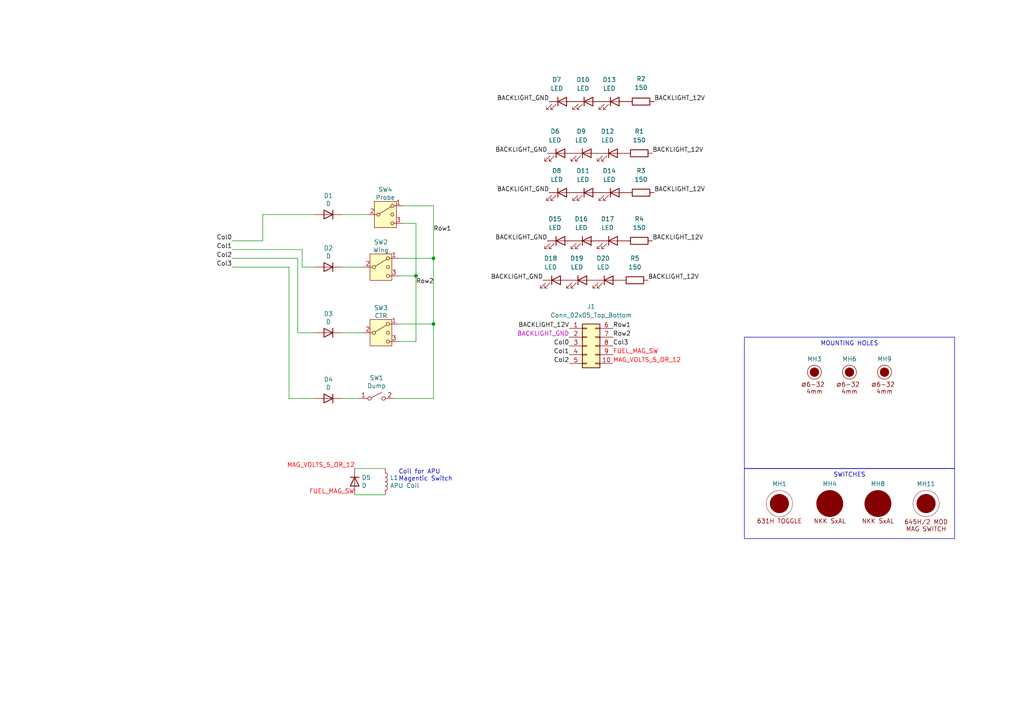
<source format=kicad_sch>
(kicad_sch (version 20231120) (generator "eeschema") (generator_version "8.0")
  (paper "A4")
  (lib_symbols
    (symbol "Connector_Generic:Conn_02x05_Top_Bottom" (pin_names (offset 1.016) hide)
      (property "Reference" "J" (at 1.27 7.62 0))
      (property "Value" "Conn_02x05_Top_Bottom" (at 1.27 -7.62 0))
      (symbol "Conn_02x05_Top_Bottom_1_1"
        (rectangle (start -1.27 -4.953) (end 0 -5.207) (stroke (width 0.1524)))
        (rectangle (start -1.27 -2.413) (end 0 -2.667) (stroke (width 0.1524)))
        (rectangle (start -1.27 0.127) (end 0 -0.127) (stroke (width 0.1524)))
        (rectangle (start -1.27 2.667) (end 0 2.413) (stroke (width 0.1524)))
        (rectangle (start -1.27 5.207) (end 0 4.953) (stroke (width 0.1524)))
        (rectangle (start -1.27 6.35) (end 3.81 -6.35) (stroke (width 0.254)) (fill (type background)))
        (rectangle (start 3.81 -4.953) (end 2.54 -5.207) (stroke (width 0.1524)))
        (rectangle (start 3.81 -2.413) (end 2.54 -2.667) (stroke (width 0.1524)))
        (rectangle (start 3.81 0.127) (end 2.54 -0.127) (stroke (width 0.1524)))
        (rectangle (start 3.81 2.667) (end 2.54 2.413) (stroke (width 0.1524)))
        (rectangle (start 3.81 5.207) (end 2.54 4.953) (stroke (width 0.1524)))
        (pin passive line (at -5.08 5.08 0) (length 3.81) (name "Pin_1") (number "1"))
        (pin passive line (at 7.62 -5.08 180) (length 3.81) (name "Pin_10") (number "10"))
        (pin passive line (at -5.08 2.54 0) (length 3.81) (name "Pin_2") (number "2"))
        (pin passive line (at -5.08 0 0) (length 3.81) (name "Pin_3") (number "3"))
        (pin passive line (at -5.08 -2.54 0) (length 3.81) (name "Pin_4") (number "4"))
        (pin passive line (at -5.08 -5.08 0) (length 3.81) (name "Pin_5") (number "5"))
        (pin passive line (at 7.62 5.08 180) (length 3.81) (name "Pin_6") (number "6"))
        (pin passive line (at 7.62 2.54 180) (length 3.81) (name "Pin_7") (number "7"))
        (pin passive line (at 7.62 0 180) (length 3.81) (name "Pin_8") (number "8"))
        (pin passive line (at 7.62 -2.54 180) (length 3.81) (name "Pin_9") (number "9"))
      )
    )
    (symbol "Device:D" (pin_numbers hide) (pin_names (offset 1.016) hide)
      (property "Reference" "D" (at 0 2.54 0))
      (property "Value" "D" (at 0 -2.54 0))
      (symbol "D_0_1"
        (polyline (pts (xy -1.27 1.27) (xy -1.27 -1.27)) (stroke (width 0.254)))
        (polyline (pts (xy 1.27 0) (xy -1.27 0)))
        (polyline (pts (xy 1.27 1.27) (xy 1.27 -1.27) (xy -1.27 0) (xy 1.27 1.27)) (stroke (width 0.254)))
      )
      (symbol "D_1_1"
        (pin passive line (at -3.81 0 0) (length 2.54) (name "K") (number "1"))
        (pin passive line (at 3.81 0 180) (length 2.54) (name "A") (number "2"))
      )
    )
    (symbol "Device:L" (pin_numbers hide) (pin_names (offset 1.016) hide)
      (property "Reference" "L" (at -1.27 0 90))
      (property "Value" "L" (at 1.905 0 90))
      (symbol "L_0_1"
        (arc (start 0 -2.54) (mid 0.6323 -1.905) (end 0 -1.27))
        (arc (start 0 -1.27) (mid 0.6323 -0.635) (end 0 0))
        (arc (start 0 0) (mid 0.6323 0.635) (end 0 1.27))
        (arc (start 0 1.27) (mid 0.6323 1.905) (end 0 2.54))
      )
      (symbol "L_1_1"
        (pin passive line (at 0 3.81 270) (length 1.27) (name "1") (number "1"))
        (pin passive line (at 0 -3.81 90) (length 1.27) (name "2") (number "2"))
      )
    )
    (symbol "Device:LED" (pin_numbers hide) (pin_names (offset 1.016) hide)
      (property "Reference" "D" (at 0 2.54 0))
      (property "Value" "LED" (at 0 -2.54 0))
      (symbol "LED_0_1"
        (polyline (pts (xy -1.27 -1.27) (xy -1.27 1.27)) (stroke (width 0.254)))
        (polyline (pts (xy -1.27 0) (xy 1.27 0)))
        (polyline (pts (xy 1.27 -1.27) (xy 1.27 1.27) (xy -1.27 0) (xy 1.27 -1.27)) (stroke (width 0.254)))
        (polyline (pts (xy -3.048 -0.762) (xy -4.572 -2.286) (xy -3.81 -2.286) (xy -4.572 -2.286) (xy -4.572 -1.524)))
        (polyline (pts (xy -1.778 -0.762) (xy -3.302 -2.286) (xy -2.54 -2.286) (xy -3.302 -2.286) (xy -3.302 -1.524)))
      )
      (symbol "LED_1_1"
        (pin passive line (at -3.81 0 0) (length 2.54) (name "K") (number "1"))
        (pin passive line (at 3.81 0 180) (length 2.54) (name "A") (number "2"))
      )
    )
    (symbol "Device:R" (pin_numbers hide) (pin_names (offset 0))
      (property "Reference" "R" (at 2.032 0 90))
      (property "Value" "R" (at 0 0 90))
      (symbol "R_0_1"
        (rectangle (start -1.016 -2.54) (end 1.016 2.54) (stroke (width 0.254)))
      )
      (symbol "R_1_1"
        (pin passive line (at 0 3.81 270) (length 1.27) (name "~") (number "1"))
        (pin passive line (at 0 -3.81 90) (length 1.27) (name "~") (number "2"))
      )
    )
    (symbol "Diode:1N4001" (pin_numbers hide) (pin_names (offset 1.016) hide)
      (property "Reference" "D" (at 0 2.54 0))
      (property "Value" "1N4001" (at 0 -2.54 0))
      (symbol "1N4001_0_1"
        (polyline (pts (xy -1.27 1.27) (xy -1.27 -1.27)) (stroke (width 0.254)))
        (polyline (pts (xy 1.27 0) (xy -1.27 0)))
        (polyline (pts (xy 1.27 1.27) (xy 1.27 -1.27) (xy -1.27 0) (xy 1.27 1.27)) (stroke (width 0.254)))
      )
      (symbol "1N4001_1_1"
        (pin passive line (at -3.81 0 0) (length 2.54) (name "K") (number "1"))
        (pin passive line (at 3.81 0 180) (length 2.54) (name "A") (number "2"))
      )
    )
    (symbol "MountingHole_631H_Toggle_1" (pin_names (offset 1.016)) (in_bom no)
      (property "Reference" "MH12" (at 0 5.715 0))
      (symbol "MountingHole_631H_Toggle_1_1_1"
        (circle (center 0 0) (radius 2.6941) (fill (type outline)))
        (circle (center 0 0) (radius 3.81) (stroke (width 0.1)))
        (text "645H/2 MOD\nMAG SWITCH" (at 0 -6.35 0) (effects (font (size 1.27 1.27))))
      )
    )
    (symbol "OH_Symbols:MountingHole_631H_Toggle" (pin_names (offset 1.016)) (in_bom no)
      (property "Reference" "MH" (at 0 5.715 0))
      (symbol "MountingHole_631H_Toggle_1_1"
        (circle (center 0 0) (radius 2.6941) (fill (type outline)))
        (circle (center 0 0) (radius 3.81) (stroke (width 0.1)))
        (text "631H TOGGLE" (at 0 -5.08 0) (effects (font (size 1.27 1.27))))
      )
    )
    (symbol "OH_Symbols:MountingHole_6x32_PHS" (pin_numbers hide) (pin_names (offset 0) hide) (in_bom no)
      (property "Reference" "MH" (at 0 3.81 0))
      (symbol "MountingHole_6x32_PHS_0_0"
        (circle (center 0 0) (radius 1.27) (fill (type outline)))
        (circle (center 0 0) (radius 2.032))
      )
      (symbol "MountingHole_6x32_PHS_1_1"
        (text "⌀6-32 \n4mm" (at 0 -4.572 0) (effects (font (size 1.27 1.27))))
      )
    )
    (symbol "OH_Symbols:MountingHole_SxAL_Toggle" (pin_names (offset 1.016)) (in_bom no)
      (property "Reference" "MH" (at 0 5.715 0))
      (symbol "MountingHole_SxAL_Toggle_1_1"
        (circle (center 0 0) (radius 3.8185) (fill (type outline)))
        (text "NKK SxAL" (at 0 -5.08 0) (effects (font (size 1.27 1.27))))
      )
    )
    (symbol "Switch:SW_SPDT_MSM" (pin_names (offset 0) hide)
      (property "Reference" "SW" (at 0 5.08 0))
      (property "Value" "SW_SPDT_MSM" (at 0 -5.08 0))
      (symbol "SW_SPDT_MSM_0_1"
        (circle (center -2.032 0) (radius 0.4572))
        (polyline (pts (xy -1.651 0.254) (xy 1.651 2.286)))
        (circle (center 2.032 -2.54) (radius 0.4572))
        (circle (center 2.032 0) (radius 0.4572))
        (circle (center 2.032 2.54) (radius 0.4572))
      )
      (symbol "SW_SPDT_MSM_1_1"
        (rectangle (start -3.175 3.81) (end 3.175 -3.81) (fill (type background)))
        (pin passive line (at 5.08 2.54 180) (length 2.54) (name "1") (number "1"))
        (pin passive line (at -5.08 0 0) (length 2.54) (name "3") (number "2"))
        (pin passive line (at 5.08 -2.54 180) (length 2.54) (name "4") (number "3"))
      )
    )
    (symbol "Switch:SW_SPST" (pin_names (offset 0) hide)
      (property "Reference" "SW" (at 0 3.175 0))
      (property "Value" "SW_SPST" (at 0 -2.54 0))
      (symbol "SW_SPST_0_0"
        (circle (center -2.032 0) (radius 0.508))
        (polyline (pts (xy -1.524 0.254) (xy 1.524 1.778)))
        (circle (center 2.032 0) (radius 0.508))
      )
      (symbol "SW_SPST_1_1"
        (pin passive line (at -5.08 0 0) (length 2.54) (name "A") (number "1"))
        (pin passive line (at 5.08 0 180) (length 2.54) (name "B") (number "2"))
      )
    )
  )
  (junction (at 125.73 93.98))
  (junction (at 120.65 80.01))
  (junction (at 125.73 74.93))
  (wire (pts (xy 120.65 64.77) (xy 120.65 80.01)))
  (wire (pts (xy 67.31 74.93) (xy 86.36 74.93)))
  (wire (pts (xy 125.73 93.98) (xy 125.73 115.57)))
  (wire (pts (xy 87.63 77.47) (xy 91.44 77.47)))
  (wire (pts (xy 111.76 135.89) (xy 102.87 135.89)))
  (wire (pts (xy 111.76 143.51) (xy 102.87 143.51)))
  (wire (pts (xy 99.06 115.57) (xy 104.14 115.57)))
  (wire (pts (xy 67.31 72.39) (xy 87.63 72.39)))
  (wire (pts (xy 125.73 59.69) (xy 125.73 74.93)))
  (wire (pts (xy 125.73 115.57) (xy 114.3 115.57)))
  (wire (pts (xy 99.06 96.52) (xy 105.41 96.52)))
  (wire (pts (xy 83.82 77.47) (xy 83.82 115.57)))
  (wire (pts (xy 125.73 74.93) (xy 125.73 93.98)))
  (wire (pts (xy 67.31 77.47) (xy 83.82 77.47)))
  (wire (pts (xy 99.06 62.23) (xy 106.68 62.23)))
  (wire (pts (xy 76.2 69.85) (xy 76.2 62.23)))
  (wire (pts (xy 115.57 74.93) (xy 125.73 74.93)))
  (wire (pts (xy 86.36 74.93) (xy 86.36 96.52)))
  (wire (pts (xy 86.36 96.52) (xy 91.44 96.52)))
  (wire (pts (xy 120.65 99.06) (xy 115.57 99.06)))
  (wire (pts (xy 120.65 80.01) (xy 120.65 99.06)))
  (wire (pts (xy 115.57 93.98) (xy 125.73 93.98)))
  (wire (pts (xy 116.84 64.77) (xy 120.65 64.77)))
  (wire (pts (xy 99.06 77.47) (xy 105.41 77.47)))
  (wire (pts (xy 116.84 59.69) (xy 125.73 59.69)))
  (wire (pts (xy 87.63 72.39) (xy 87.63 77.47)))
  (wire (pts (xy 115.57 80.01) (xy 120.65 80.01)))
  (wire (pts (xy 67.31 69.85) (xy 76.2 69.85)))
  (wire (pts (xy 83.82 115.57) (xy 91.44 115.57)))
  (wire (pts (xy 76.2 62.23) (xy 91.44 62.23)))
  (text_box "MOUNTING HOLES" (at 215.9 97.79 0) (size 60.96 38.1) (effects (font (size 1.27 1.27)) (justify top)))
  (text_box "SWITCHES" (at 215.9 135.89 0) (size 60.96 20.32) (effects (font (size 1.27 1.27)) (justify top)))
  (text "Coil for APU\nMagentic Switch" (at 115.57 139.7 0) (effects (font (size 1.27 1.27)) (justify left bottom)))
  (label "FUEL_MAG_SW" (at 102.87 143.51 180))
  (label "BACKLIGHT_12V" (at 189.738 29.464 0))
  (label "MAG_VOLTS_5_OR_12" (at 102.936 135.89 180))
  (label "BACKLIGHT_GND" (at 157.48 81.28 180))
  (label "Col0" (at 165.1 100.33 180))
  (label "Col3" (at 67.31 77.47 180))
  (label "FUEL_MAG_SW" (at 177.8 102.87 0))
  (label "BACKLIGHT_GND" (at 159.258 55.88 180))
  (label "Row2" (at 120.65 82.55 0))
  (label "BACKLIGHT_GND" (at 158.75 69.85 180))
  (label "BACKLIGHT_12V" (at 189.738 55.88 0))
  (label "Col2" (at 165.1 105.41 180))
  (label "BACKLIGHT_12V" (at 189.23 44.45 0))
  (label "Col1" (at 165.1 102.87 180))
  (label "BACKLIGHT_12V" (at 189.23 69.85 0))
  (label "Col3" (at 177.8 100.33 0))
  (label "BACKLIGHT_GND" (at 159.258 29.464 180))
  (label "Col1" (at 67.31 72.39 180))
  (label "BACKLIGHT_GND" (at 165.1 97.79 180))
  (label "MAG_VOLTS_5_OR_12" (at 177.8 105.41 0))
  (label "BACKLIGHT_12V" (at 165.1 95.25 180))
  (label "Col2" (at 67.31 74.93 180))
  (label "BACKLIGHT_12V" (at 187.96 81.28 0))
  (label "Col0" (at 67.31 69.85 180))
  (label "Row1" (at 125.73 67.31 0))
  (label "Row2" (at 177.8 97.79 0))
  (label "Row1" (at 177.8 95.25 0))
  (label "BACKLIGHT_GND" (at 158.75 44.45 180))
  (symbol (lib_id "Device:LED") (at 170.688 29.464 0) (unit 1)
    (property "Reference" "D10" (at 169.1005 23.114 0))
    (property "Value" "LED" (at 169.1005 25.654 0))
    (property "Footprint" "LED_THT:LED_D3.0mm_FlatTop" (effects (hide yes)))
  )
  (symbol (lib_id "Device:LED") (at 177.8 69.85 0) (unit 1)
    (property "Reference" "D17" (at 176.2125 63.5 0))
    (property "Value" "LED" (at 176.2125 66.04 0))
    (property "Footprint" "LED_THT:LED_D3.0mm_FlatTop" (effects (hide yes)))
  )
  (symbol (lib_id "OH_Symbols:MountingHole_6x32_PHS") (at 236.22 107.95 0) (unit 1) (in_bom no)
    (property "Reference" "MH3" (at 236.22 104.14 0))
    (property "Value" "6x32 / 4mm" (effects (hide yes)))
    (property "Footprint" "OH_Footprints:MountingHole_6-32_PHS" (effects (hide yes)))
  )
  (symbol (lib_id "Device:LED") (at 176.53 81.28 0) (unit 1)
    (property "Reference" "D20" (at 174.9425 74.93 0))
    (property "Value" "LED" (at 174.9425 77.47 0))
    (property "Footprint" "LED_THT:LED_D3.0mm_FlatTop" (effects (hide yes)))
  )
  (symbol (lib_id "Device:LED") (at 177.8 44.45 0) (unit 1)
    (property "Reference" "D12" (at 176.2125 38.1 0))
    (property "Value" "LED" (at 176.2125 40.64 0))
    (property "Footprint" "LED_THT:LED_D3.0mm_FlatTop" (effects (hide yes)))
  )
  (symbol (lib_id "Device:LED") (at 163.068 29.464 0) (unit 1)
    (property "Reference" "D7" (at 161.4805 23.114 0))
    (property "Value" "LED" (at 161.4805 25.654 0))
    (property "Footprint" "LED_THT:LED_D3.0mm_FlatTop" (effects (hide yes)))
  )
  (symbol (lib_id "Device:D") (at 95.25 62.23 0) (mirror y) (unit 1)
    (property "Reference" "D1" (at 95.25 56.7436 0))
    (property "Value" "D" (at 95.25 59.055 0))
    (property "Footprint" "Library:D_A-405_P7.62mm_Horizontal-SIGNAL" (effects (hide yes)))
  )
  (symbol (lib_id "Diode:1N4001") (at 102.87 139.7 90) (mirror x) (unit 1)
    (property "Reference" "D5" (at 104.8766 138.5316 90) (effects (justify right)))
    (property "Value" "D" (at 104.8766 140.843 90) (effects (justify right)))
    (property "Footprint" "Diode_THT:D_DO-41_SOD81_P7.62mm_Horizontal" (effects (hide yes)))
    (property "Datasheet" "http://www.vishay.com/docs/88503/1n4001.pdf" (effects (hide yes)))
  )
  (symbol (lib_id "Device:LED") (at 170.688 55.88 0) (unit 1)
    (property "Reference" "D11" (at 169.1005 49.53 0))
    (property "Value" "LED" (at 169.1005 52.07 0))
    (property "Footprint" "LED_THT:LED_D3.0mm_FlatTop" (effects (hide yes)))
  )
  (symbol (lib_id "Device:LED") (at 178.308 55.88 0) (unit 1)
    (property "Reference" "D14" (at 176.7205 49.53 0))
    (property "Value" "LED" (at 176.7205 52.07 0))
    (property "Footprint" "LED_THT:LED_D3.0mm_FlatTop" (effects (hide yes)))
  )
  (symbol (lib_id "Device:D") (at 95.25 77.47 0) (mirror y) (unit 1)
    (property "Reference" "D2" (at 95.25 71.9836 0))
    (property "Value" "D" (at 95.25 74.295 0))
    (property "Footprint" "Library:D_A-405_P7.62mm_Horizontal-SIGNAL" (effects (hide yes)))
  )
  (symbol (lib_id "Switch:SW_SPDT_MSM") (at 111.76 62.23 0) (unit 1)
    (property "Reference" "SW4" (at 111.76 54.991 0))
    (property "Value" "Probe" (at 111.76 57.3024 0))
    (property "Footprint" "Connector_JST:JST_XH_B3B-XH-A_1x03_P2.50mm_Vertical" (effects (hide yes)))
  )
  (symbol (lib_id "Connector_Generic:Conn_02x05_Top_Bottom") (at 170.18 100.33 0) (unit 1)
    (property "Reference" "J1" (at 171.45 88.9 0))
    (property "Value" "Conn_02x05_Top_Bottom" (at 171.45 91.44 0))
    (property "Footprint" "Connector_IDC:IDC-Header_2x05_P2.54mm_Vertical" (effects (hide yes)))
    (property "Description" "Generic connector, double row, 02x05, top/bottom pin numbering scheme (row 1: 1...pins_per_row, row2: pins_per_row+1 ... num_pins), script generated (kicad-library-utils/schlib/autogen/connector/)" (effects (hide yes)))
  )
  (symbol (lib_id "Device:R") (at 185.928 55.88 90) (unit 1)
    (property "Reference" "R3" (at 185.928 49.53 90))
    (property "Value" "150" (at 185.928 52.07 90))
    (property "Footprint" "Resistor_THT:R_Axial_DIN0204_L3.6mm_D1.6mm_P7.62mm_Horizontal" (effects (hide yes)))
  )
  (symbol (lib_id "Device:LED") (at 162.56 44.45 0) (unit 1)
    (property "Reference" "D6" (at 160.9725 38.1 0))
    (property "Value" "LED" (at 160.9725 40.64 0))
    (property "Footprint" "LED_THT:LED_D3.0mm_FlatTop" (effects (hide yes)))
  )
  (symbol (lib_id "Device:LED") (at 162.56 69.85 0) (unit 1)
    (property "Reference" "D15" (at 160.9725 63.5 0))
    (property "Value" "LED" (at 160.9725 66.04 0))
    (property "Footprint" "LED_THT:LED_D3.0mm_FlatTop" (effects (hide yes)))
  )
  (symbol (lib_id "Device:D") (at 95.25 96.52 0) (mirror y) (unit 1)
    (property "Reference" "D3" (at 95.25 91.0336 0))
    (property "Value" "D" (at 95.25 93.345 0))
    (property "Footprint" "Library:D_A-405_P7.62mm_Horizontal-SIGNAL" (effects (hide yes)))
  )
  (symbol (lib_id "OH_Symbols:MountingHole_6x32_PHS") (at 256.54 107.95 0) (unit 1) (in_bom no)
    (property "Reference" "MH9" (at 256.54 104.14 0))
    (property "Value" "6x32 / 4mm" (effects (hide yes)))
    (property "Footprint" "OH_Footprints:MountingHole_6-32_PHS" (effects (hide yes)))
  )
  (symbol (lib_id "Device:D") (at 95.25 115.57 0) (mirror y) (unit 1)
    (property "Reference" "D4" (at 95.25 110.0836 0))
    (property "Value" "D" (at 95.25 112.395 0))
    (property "Footprint" "Library:D_A-405_P7.62mm_Horizontal-SIGNAL" (effects (hide yes)))
  )
  (symbol (lib_id "Device:LED") (at 163.068 55.88 0) (unit 1)
    (property "Reference" "D8" (at 161.4805 49.53 0))
    (property "Value" "LED" (at 161.4805 52.07 0))
    (property "Footprint" "LED_THT:LED_D3.0mm_FlatTop" (effects (hide yes)))
  )
  (symbol (lib_id "Device:R") (at 185.928 29.464 90) (unit 1)
    (property "Reference" "R2" (at 185.928 22.86 90))
    (property "Value" "150" (at 185.928 25.4 90))
    (property "Footprint" "Resistor_THT:R_Axial_DIN0204_L3.6mm_D1.6mm_P7.62mm_Horizontal" (effects (hide yes)))
  )
  (symbol (lib_id "Switch:SW_SPDT_MSM") (at 110.49 96.52 0) (unit 1)
    (property "Reference" "SW3" (at 110.49 89.281 0))
    (property "Value" "CTR" (at 110.49 91.5924 0))
    (property "Footprint" "Connector_JST:JST_XH_B3B-XH-A_1x03_P2.50mm_Vertical" (effects (hide yes)))
  )
  (symbol (lib_id "Device:LED") (at 170.18 69.85 0) (unit 1)
    (property "Reference" "D16" (at 168.5925 63.5 0))
    (property "Value" "LED" (at 168.5925 66.04 0))
    (property "Footprint" "LED_THT:LED_D3.0mm_FlatTop" (effects (hide yes)))
  )
  (symbol (lib_id "Device:R") (at 184.15 81.28 90) (unit 1)
    (property "Reference" "R5" (at 184.15 74.93 90))
    (property "Value" "150" (at 184.15 77.47 90))
    (property "Footprint" "Resistor_THT:R_Axial_DIN0204_L3.6mm_D1.6mm_P7.62mm_Horizontal" (effects (hide yes)))
  )
  (symbol (lib_id "Device:L") (at 111.76 139.7 0) (unit 1)
    (property "Reference" "L1" (at 113.1062 138.5316 0) (effects (justify left)))
    (property "Value" "APU Coil" (at 113.1062 140.843 0) (effects (justify left)))
    (property "Footprint" "Connector_JST:JST_XH_B2B-XH-A_1x02_P2.50mm_Vertical" (effects (hide yes)))
  )
  (symbol (lib_id "Device:LED") (at 168.91 81.28 0) (unit 1)
    (property "Reference" "D19" (at 167.3225 74.93 0))
    (property "Value" "LED" (at 167.3225 77.47 0))
    (property "Footprint" "LED_THT:LED_D3.0mm_FlatTop" (effects (hide yes)))
  )
  (symbol (lib_id "OH_Symbols:MountingHole_SxAL_Toggle") (at 254.635 146.05 0) (unit 1) (in_bom no)
    (property "Reference" "MH8" (at 254.635 140.335 0))
    (property "Value" "Switch_NKK SxAL" (effects (hide yes)))
    (property "Footprint" "OH_Footprints:SxAL_Toggle_13x13mm" (effects (hide yes)))
    (property "Datasheet" "https://www.mouser.com/datasheet/2/295/stogglesmedcap-1663420.pdf" (effects (hide yes)))
    (property "Manufacturer PN" "SxAL" (effects (hide yes)))
  )
  (symbol (lib_id "Device:LED") (at 161.29 81.28 0) (unit 1)
    (property "Reference" "D18" (at 159.7025 74.93 0))
    (property "Value" "LED" (at 159.7025 77.47 0))
    (property "Footprint" "LED_THT:LED_D3.0mm_FlatTop" (effects (hide yes)))
  )
  (symbol (lib_id "Switch:SW_SPST") (at 109.22 115.57 0) (unit 1)
    (property "Reference" "SW1" (at 109.22 109.601 0))
    (property "Value" "Dump" (at 109.22 111.9124 0))
    (property "Footprint" "Connector_JST:JST_XH_B2B-XH-A_1x02_P2.50mm_Vertical" (effects (hide yes)))
  )
  (symbol (lib_id "Device:R") (at 185.42 44.45 90) (unit 1)
    (property "Reference" "R1" (at 185.42 38.1 90))
    (property "Value" "150" (at 185.42 40.64 90))
    (property "Footprint" "Resistor_THT:R_Axial_DIN0204_L3.6mm_D1.6mm_P7.62mm_Horizontal" (effects (hide yes)))
  )
  (symbol (lib_id "Device:LED") (at 178.308 29.464 0) (unit 1)
    (property "Reference" "D13" (at 176.7205 23.114 0))
    (property "Value" "LED" (at 176.7205 25.654 0))
    (property "Footprint" "LED_THT:LED_D3.0mm_FlatTop" (effects (hide yes)))
  )
  (symbol (lib_id "OH_Symbols:MountingHole_SxAL_Toggle") (at 240.665 146.05 0) (unit 1) (in_bom no)
    (property "Reference" "MH4" (at 240.665 140.335 0))
    (property "Value" "Switch_NKK SxAL" (effects (hide yes)))
    (property "Footprint" "OH_Footprints:SxAL_Toggle_13x13mm" (effects (hide yes)))
    (property "Datasheet" "https://www.mouser.com/datasheet/2/295/stogglesmedcap-1663420.pdf" (effects (hide yes)))
    (property "Manufacturer PN" "SxAL" (effects (hide yes)))
  )
  (symbol (lib_id "OH_Symbols:MountingHole_6x32_PHS") (at 246.38 107.95 0) (unit 1) (in_bom no)
    (property "Reference" "MH6" (at 246.38 104.14 0))
    (property "Value" "6x32 / 4mm" (effects (hide yes)))
    (property "Footprint" "OH_Footprints:MountingHole_6-32_PHS" (effects (hide yes)))
  )
  (symbol (lib_id "Device:LED") (at 170.18 44.45 0) (unit 1)
    (property "Reference" "D9" (at 168.5925 38.1 0))
    (property "Value" "LED" (at 168.5925 40.64 0))
    (property "Footprint" "LED_THT:LED_D3.0mm_FlatTop" (effects (hide yes)))
  )
  (symbol (lib_id "Switch:SW_SPDT_MSM") (at 110.49 77.47 0) (unit 1)
    (property "Reference" "SW2" (at 110.49 70.231 0))
    (property "Value" "Wing" (at 110.49 72.5424 0))
    (property "Footprint" "Connector_JST:JST_XH_B3B-XH-A_1x03_P2.50mm_Vertical" (effects (hide yes)))
  )
  (symbol (lib_name "MountingHole_631H_Toggle_1") (lib_id "OH_Symbols:MountingHole_631H_Toggle") (at 268.605 146.05 0) (unit 1) (in_bom no)
    (property "Reference" "MH11" (at 268.605 140.335 0))
    (property "Value" "Switch_631H" (effects (hide yes)))
    (property "Footprint" "OH_Footprints:631HX_Toggle_13mm_x_13mm" (effects (hide yes)))
    (property "Datasheet" "https://media.digikey.com/pdf/Data%20Sheets/APEM%20Components%20PDFs/toggle-switches-serie-600H-600NH.pdf" (effects (hide yes)))
    (property "Manufacturer PN" "631H" (effects (hide yes)))
  )
  (symbol (lib_id "OH_Symbols:MountingHole_631H_Toggle") (at 226.06 146.05 0) (unit 1) (in_bom no)
    (property "Reference" "MH1" (at 226.06 140.335 0))
    (property "Value" "Switch_631H" (effects (hide yes)))
    (property "Footprint" "OH_Footprints:631HX_Toggle_13mm_x_13mm" (effects (hide yes)))
    (property "Datasheet" "https://media.digikey.com/pdf/Data%20Sheets/APEM%20Components%20PDFs/toggle-switches-serie-600H-600NH.pdf" (effects (hide yes)))
    (property "Manufacturer PN" "631H" (effects (hide yes)))
  )
  (symbol (lib_id "Device:R") (at 185.42 69.85 90) (unit 1)
    (property "Reference" "R4" (at 185.42 63.5 90))
    (property "Value" "150" (at 185.42 66.04 90))
    (property "Footprint" "Resistor_THT:R_Axial_DIN0204_L3.6mm_D1.6mm_P7.62mm_Horizontal" (effects (hide yes)))
  )
)
</source>
